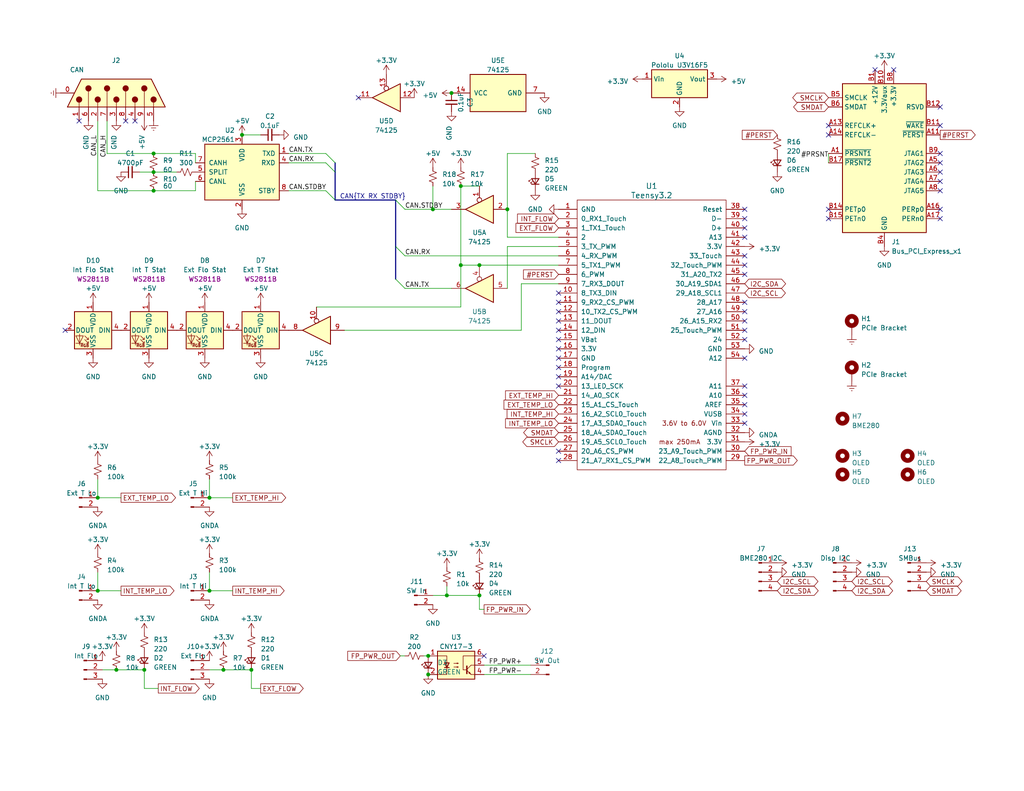
<source format=kicad_sch>
(kicad_sch (version 20230121) (generator eeschema)
  (paper "USLetter")
  (title_block (title "CAN/PCIe Water Cooling Loop Controller") (date "2023-08-16") (company "AGMLego") (comment 1 "https://github.com/agmlego/water-cooling-controller"))
  (lib_symbols
    (symbol "74xx:SN74LV4T125" (pin_names (offset 1.016))
      (property "Reference" "U" (at 0 1.27 0))
      (property "Value" "SN74LV4T125" (at 0 -1.27 0))
      (symbol "SN74LV4T125_1_0"
        (pin input inverted (at 0 -6.35 90) (length 4.445) (name "~") (number "1"))
        (pin input line (at -7.62 0 0) (length 3.81) (name "~") (number "2"))
        (pin tri_state line (at 7.62 0 180) (length 3.81) (name "~") (number "3"))
      )
      (symbol "SN74LV4T125_2_0"
        (pin input inverted (at 0 -6.35 90) (length 4.445) (name "~") (number "4"))
        (pin input line (at -7.62 0 0) (length 3.81) (name "~") (number "5"))
        (pin tri_state line (at 7.62 0 180) (length 3.81) (name "~") (number "6"))
      )
      (symbol "SN74LV4T125_3_0"
        (pin input inverted (at 0 -6.35 90) (length 4.445) (name "~") (number "10"))
        (pin tri_state line (at 7.62 0 180) (length 3.81) (name "~") (number "8"))
        (pin input line (at -7.62 0 0) (length 3.81) (name "~") (number "9"))
      )
      (symbol "SN74LV4T125_4_0"
        (pin tri_state line (at 7.62 0 180) (length 3.81) (name "~") (number "11"))
        (pin input line (at -7.62 0 0) (length 3.81) (name "~") (number "12"))
        (pin input inverted (at 0 -6.35 90) (length 4.445) (name "~") (number "13"))
      )
      (symbol "SN74LV4T125_5_0"
        (pin power_in line (at 0 12.7 270) (length 5.08) (name "VCC") (number "14"))
        (pin power_in line (at 0 -12.7 90) (length 5.08) (name "GND") (number "7"))
      )
    )
    (symbol "Connector:Bus_PCI_Express_x1"
      (property "Reference" "J" (at -8.89 22.86 0))
      (property "Value" "Bus_PCI_Express_x1" (at 12.7 22.86 0))
      (symbol "Bus_PCI_Express_x1_1_1"
        (pin passive line (at -15.24 2.54 0) (length 3.81) (name "~{PRSNT1}") (number "A1"))
        (pin passive line (at 2.54 25.4 270) (length 3.81) hide (name "+3.3V") (number "A10"))
        (pin input line (at 15.24 7.62 180) (length 3.81) (name "~{PERST}") (number "A11"))
        (pin passive line (at 0 -22.86 90) (length 3.81) hide (name "GND") (number "A12"))
        (pin input line (at -15.24 10.16 0) (length 3.81) (name "REFCLK+") (number "A13"))
        (pin input line (at -15.24 7.62 0) (length 3.81) (name "REFCLK-") (number "A14"))
        (pin passive line (at 0 -22.86 90) (length 3.81) hide (name "GND") (number "A15"))
        (pin output line (at 15.24 -12.7 180) (length 3.81) (name "PERp0") (number "A16"))
        (pin output line (at 15.24 -15.24 180) (length 3.81) (name "PERn0") (number "A17"))
        (pin passive line (at 0 -22.86 90) (length 3.81) hide (name "GND") (number "A18"))
        (pin passive line (at -2.54 25.4 270) (length 3.81) hide (name "+12V") (number "A2"))
        (pin passive line (at -2.54 25.4 270) (length 3.81) hide (name "+12V") (number "A3"))
        (pin passive line (at 0 -22.86 90) (length 3.81) hide (name "GND") (number "A4"))
        (pin input line (at 15.24 0 180) (length 3.81) (name "JTAG2") (number "A5"))
        (pin input line (at 15.24 -2.54 180) (length 3.81) (name "JTAG3") (number "A6"))
        (pin output line (at 15.24 -5.08 180) (length 3.81) (name "JTAG4") (number "A7"))
        (pin input line (at 15.24 -7.62 180) (length 3.81) (name "JTAG5") (number "A8"))
        (pin passive line (at 2.54 25.4 270) (length 3.81) hide (name "+3.3V") (number "A9"))
        (pin power_in line (at -2.54 25.4 270) (length 3.81) (name "+12V") (number "B1"))
        (pin power_in line (at 0 25.4 270) (length 3.81) (name "3.3Vaux") (number "B10"))
        (pin open_collector line (at 15.24 10.16 180) (length 3.81) (name "~{WAKE}") (number "B11"))
        (pin passive line (at 15.24 15.24 180) (length 3.81) (name "RSVD") (number "B12"))
        (pin passive line (at 0 -22.86 90) (length 3.81) hide (name "GND") (number "B13"))
        (pin input line (at -15.24 -12.7 0) (length 3.81) (name "PETp0") (number "B14"))
        (pin input line (at -15.24 -15.24 0) (length 3.81) (name "PETn0") (number "B15"))
        (pin passive line (at 0 -22.86 90) (length 3.81) hide (name "GND") (number "B16"))
        (pin passive line (at -15.24 0 0) (length 3.81) (name "~{PRSNT2}") (number "B17"))
        (pin passive line (at 0 -22.86 90) (length 3.81) hide (name "GND") (number "B18"))
        (pin passive line (at -2.54 25.4 270) (length 3.81) hide (name "+12V") (number "B2"))
        (pin passive line (at -2.54 25.4 270) (length 3.81) hide (name "+12V") (number "B3"))
        (pin power_in line (at 0 -22.86 90) (length 3.81) (name "GND") (number "B4"))
        (pin input line (at -15.24 17.78 0) (length 3.81) (name "SMCLK") (number "B5"))
        (pin bidirectional line (at -15.24 15.24 0) (length 3.81) (name "SMDAT") (number "B6"))
        (pin passive line (at 0 -22.86 90) (length 3.81) hide (name "GND") (number "B7"))
        (pin power_in line (at 2.54 25.4 270) (length 3.81) (name "+3.3V") (number "B8"))
        (pin input line (at 15.24 2.54 180) (length 3.81) (name "JTAG1") (number "B9"))
      )
    )
    (symbol "Connector:Conn_01x02_Pin" (pin_names (offset 1.016) hide)
      (property "Reference" "J" (at 0 2.54 0))
      (property "Value" "Conn_01x02_Pin" (at 0 -5.08 0))
      (symbol "Conn_01x02_Pin_1_1"
        (pin passive line (at 5.08 0 180) (length 3.81) (name "Pin_1") (number "1"))
        (pin passive line (at 5.08 -2.54 180) (length 3.81) (name "Pin_2") (number "2"))
      )
    )
    (symbol "Connector:Conn_01x03_Pin" (pin_names (offset 1.016) hide)
      (property "Reference" "J" (at 0 5.08 0))
      (property "Value" "Conn_01x03_Pin" (at 0 -5.08 0))
      (symbol "Conn_01x03_Pin_1_1"
        (pin passive line (at 5.08 2.54 180) (length 3.81) (name "Pin_1") (number "1"))
        (pin passive line (at 5.08 0 180) (length 3.81) (name "Pin_2") (number "2"))
        (pin passive line (at 5.08 -2.54 180) (length 3.81) (name "Pin_3") (number "3"))
      )
    )
    (symbol "Connector:Conn_01x04_Pin" (pin_names (offset 1.016) hide)
      (property "Reference" "J" (at 0 5.08 0))
      (property "Value" "Conn_01x04_Pin" (at 0 -7.62 0))
      (symbol "Conn_01x04_Pin_1_1"
        (pin passive line (at 5.08 2.54 180) (length 3.81) (name "Pin_1") (number "1"))
        (pin passive line (at 5.08 0 180) (length 3.81) (name "Pin_2") (number "2"))
        (pin passive line (at 5.08 -2.54 180) (length 3.81) (name "Pin_3") (number "3"))
        (pin passive line (at 5.08 -5.08 180) (length 3.81) (name "Pin_4") (number "4"))
      )
    )
    (symbol "Connector:DE9_Plug_MountingHoles" (pin_names (offset 1.016) hide)
      (property "Reference" "J" (at 0 16.51 0))
      (property "Value" "DE9_Plug_MountingHoles" (at 0 14.605 0))
      (symbol "DE9_Plug_MountingHoles_1_1"
        (pin passive line (at 0 -15.24 90) (length 3.81) (name "PAD") (number "0"))
        (pin passive line (at -7.62 -10.16 0) (length 3.81) (name "1") (number "1"))
        (pin passive line (at -7.62 -5.08 0) (length 3.81) (name "2") (number "2"))
        (pin passive line (at -7.62 0 0) (length 3.81) (name "3") (number "3"))
        (pin passive line (at -7.62 5.08 0) (length 3.81) (name "4") (number "4"))
        (pin passive line (at -7.62 10.16 0) (length 3.81) (name "5") (number "5"))
        (pin passive line (at -7.62 -7.62 0) (length 3.81) (name "6") (number "6"))
        (pin passive line (at -7.62 -2.54 0) (length 3.81) (name "7") (number "7"))
        (pin passive line (at -7.62 2.54 0) (length 3.81) (name "8") (number "8"))
        (pin passive line (at -7.62 7.62 0) (length 3.81) (name "9") (number "9"))
      )
    )
    (symbol "Device:C_Small" (pin_numbers hide) (pin_names (offset 0.254) hide)
      (property "Reference" "C" (at 0.254 1.778 0))
      (property "Value" "C_Small" (at 0.254 -2.032 0))
      (symbol "C_Small_1_1"
        (pin passive line (at 0 2.54 270) (length 2.032) (name "~") (number "1"))
        (pin passive line (at 0 -2.54 90) (length 2.032) (name "~") (number "2"))
      )
    )
    (symbol "Device:LED_Small" (pin_numbers hide) (pin_names (offset 0.254) hide)
      (property "Reference" "D" (at -1.27 3.175 0))
      (property "Value" "LED_Small" (at -4.445 -2.54 0))
      (symbol "LED_Small_1_1"
        (pin passive line (at -2.54 0 0) (length 1.778) (name "K") (number "1"))
        (pin passive line (at 2.54 0 180) (length 1.778) (name "A") (number "2"))
      )
    )
    (symbol "Device:R_Small_US" (pin_numbers hide) (pin_names (offset 0.254) hide)
      (property "Reference" "R" (at 0.762 0.508 0))
      (property "Value" "R_Small_US" (at 0.762 -1.016 0))
      (symbol "R_Small_US_1_1"
        (pin passive line (at 0 2.54 270) (length 1.016) (name "~") (number "1"))
        (pin passive line (at 0 -2.54 90) (length 1.016) (name "~") (number "2"))
      )
    )
    (symbol "Interface_CAN_LIN:MCP2561-E-SN" (pin_names (offset 1.016))
      (property "Reference" "U" (at -10.16 8.89 0))
      (property "Value" "MCP2561-E-SN" (at 2.54 8.89 0))
      (symbol "MCP2561-E-SN_1_1"
        (pin input line (at -12.7 5.08 0) (length 2.54) (name "TXD") (number "1"))
        (pin power_in line (at 0 -10.16 90) (length 2.54) (name "VSS") (number "2"))
        (pin power_in line (at 0 10.16 270) (length 2.54) (name "VDD") (number "3"))
        (pin output line (at -12.7 2.54 0) (length 2.54) (name "RXD") (number "4"))
        (pin passive line (at 12.7 0 180) (length 2.54) (name "SPLIT") (number "5"))
        (pin bidirectional line (at 12.7 -2.54 180) (length 2.54) (name "CANL") (number "6"))
        (pin bidirectional line (at 12.7 2.54 180) (length 2.54) (name "CANH") (number "7"))
        (pin input line (at -12.7 -5.08 0) (length 2.54) (name "STBY") (number "8"))
      )
    )
    (symbol "Isolator:CNY17-3" (pin_names (offset 1.016))
      (property "Reference" "U" (at -5.08 5.08 0))
      (property "Value" "CNY17-3" (at 0 5.08 0))
      (symbol "CNY17-3_1_1"
        (pin passive line (at -7.62 2.54 0) (length 2.54) (name "~") (number "1"))
        (pin passive line (at -7.62 -2.54 0) (length 2.54) (name "~") (number "2"))
        (pin no_connect line (at -5.08 0 0) (length 2.54) hide (name "NC") (number "3"))
        (pin passive line (at 7.62 -2.54 180) (length 2.54) (name "~") (number "4"))
        (pin passive line (at 7.62 0 180) (length 2.54) (name "~") (number "5"))
        (pin passive line (at 7.62 2.54 180) (length 2.54) (name "~") (number "6"))
      )
    )
    (symbol "LED:WS2812B" (pin_names (offset 0.254))
      (property "Reference" "D" (at 5.08 5.715 0))
      (property "Value" "WS2812B" (at 1.27 -5.715 0))
      (symbol "WS2812B_0_0"
        (text "RGB" (at 2.286 -4.191 0) (effects (font (size 0.762 0.762))))
      )
      (symbol "WS2812B_1_1"
        (pin power_in line (at 0 7.62 270) (length 2.54) (name "VDD") (number "1"))
        (pin output line (at 7.62 0 180) (length 2.54) (name "DOUT") (number "2"))
        (pin power_in line (at 0 -7.62 90) (length 2.54) (name "VSS") (number "3"))
        (pin input line (at -7.62 0 0) (length 2.54) (name "DIN") (number "4"))
      )
    )
    (symbol "Mechanical:MountingHole" (pin_names (offset 1.016))
      (property "Reference" "H" (at 0 5.08 0))
      (property "Value" "MountingHole" (at 0 3.175 0))
    )
    (symbol "Mechanical:MountingHole_Pad" (pin_numbers hide) (pin_names (offset 1.016) hide)
      (property "Reference" "H" (at 0 6.35 0))
      (property "Value" "MountingHole_Pad" (at 0 4.445 0))
      (symbol "MountingHole_Pad_1_1"
        (pin input line (at 0 -2.54 90) (length 2.54) (name "1") (number "1"))
      )
    )
    (symbol "Regulator_Switching:TSR_1-2412"
      (property "Reference" "U" (at -7.62 6.35 0))
      (property "Value" "TSR_1-2412" (at -1.27 6.35 0))
      (symbol "TSR_1-2412_1_1"
        (pin power_in line (at -10.16 2.54 0) (length 2.54) (name "Vin") (number "1"))
        (pin power_in line (at 0 -5.08 90) (length 2.54) (name "GND") (number "2"))
        (pin power_out line (at 10.16 2.54 180) (length 2.54) (name "Vout") (number "3"))
      )
    )
    (symbol "power:+3.3V" (power) (pin_names (offset 0))
      (property "Value" "+3.3V" (at 0 3.556 0))
      (symbol "+3.3V_1_1"
        (pin power_in line (at 0 0 90) (length 0) hide (name "+3.3V") (number "1"))
      )
    )
    (symbol "power:+5V" (power) (pin_names (offset 0))
      (property "Value" "+5V" (at 0 3.556 0))
      (symbol "+5V_1_1"
        (pin power_in line (at 0 0 90) (length 0) hide (name "+5V") (number "1"))
      )
    )
    (symbol "power:Earth" (power) (pin_names (offset 0))
      (symbol "Earth_1_1"
        (pin power_in line (at 0 0 270) (length 0) hide (name "Earth") (number "1"))
      )
    )
    (symbol "power:GND" (power) (pin_names (offset 0))
      (property "Value" "GND" (at 0 -3.81 0))
      (symbol "GND_1_1"
        (pin power_in line (at 0 0 270) (length 0) hide (name "GND") (number "1"))
      )
    )
    (symbol "power:GNDA" (power) (pin_names (offset 0))
      (property "Value" "GNDA" (at 0 -3.81 0))
      (symbol "GNDA_1_1"
        (pin power_in line (at 0 0 270) (length 0) hide (name "GNDA") (number "1"))
      )
    )
    (symbol "teensy:Teensy3.2" (pin_names (offset 1.016))
      (property "Reference" "U" (at 0 39.37 0))
      (property "Value" "Teensy3.2" (at 0 -39.37 0))
      (symbol "Teensy3.2_0_0"
        (text "3.6V to 6.0V" (at 8.89 -24.13 0) (effects (font (size 1.27 1.27))))
        (text "max 250mA" (at 7.62 -29.21 0) (effects (font (size 1.27 1.27))))
      )
      (symbol "Teensy3.2_1_1"
        (pin power_in line (at -25.4 34.29 0) (length 5.08) (name "GND") (number "1"))
        (pin bidirectional line (at -25.4 11.43 0) (length 5.08) (name "8_TX3_DIN") (number "10"))
        (pin bidirectional line (at -25.4 8.89 0) (length 5.08) (name "9_RX2_CS_PWM") (number "11"))
        (pin bidirectional line (at -25.4 6.35 0) (length 5.08) (name "10_TX2_CS_PWM") (number "12"))
        (pin bidirectional line (at -25.4 3.81 0) (length 5.08) (name "11_DOUT") (number "13"))
        (pin bidirectional line (at -25.4 1.27 0) (length 5.08) (name "12_DIN") (number "14"))
        (pin power_in line (at -25.4 -1.27 0) (length 5.08) (name "VBat") (number "15"))
        (pin power_out line (at -25.4 -3.81 0) (length 5.08) (name "3.3V") (number "16"))
        (pin power_in line (at -25.4 -6.35 0) (length 5.08) (name "GND") (number "17"))
        (pin input line (at -25.4 -8.89 0) (length 5.08) (name "Program") (number "18"))
        (pin bidirectional line (at -25.4 -11.43 0) (length 5.08) (name "A14/DAC") (number "19"))
        (pin bidirectional line (at -25.4 31.75 0) (length 5.08) (name "0_RX1_Touch") (number "2"))
        (pin bidirectional line (at -25.4 -13.97 0) (length 5.08) (name "13_LED_SCK") (number "20"))
        (pin bidirectional line (at -25.4 -16.51 0) (length 5.08) (name "14_A0_SCK") (number "21"))
        (pin bidirectional line (at -25.4 -19.05 0) (length 5.08) (name "15_A1_CS_Touch") (number "22"))
        (pin bidirectional line (at -25.4 -21.59 0) (length 5.08) (name "16_A2_SCL0_Touch") (number "23"))
        (pin bidirectional line (at -25.4 -24.13 0) (length 5.08) (name "17_A3_SDA0_Touch") (number "24"))
        (pin bidirectional line (at -25.4 -26.67 0) (length 5.08) (name "18_A4_SDA0_Touch") (number "25"))
        (pin bidirectional line (at -25.4 -29.21 0) (length 5.08) (name "19_A5_SCL0_Touch") (number "26"))
        (pin bidirectional line (at -25.4 -31.75 0) (length 5.08) (name "20_A6_CS_PWM") (number "27"))
        (pin bidirectional line (at -25.4 -34.29 0) (length 5.08) (name "21_A7_RX1_CS_PWM") (number "28"))
        (pin bidirectional line (at 25.4 -34.29 180) (length 5.08) (name "22_A8_Touch_PWM") (number "29"))
        (pin bidirectional line (at -25.4 29.21 0) (length 5.08) (name "1_TX1_Touch") (number "3"))
        (pin bidirectional line (at 25.4 -31.75 180) (length 5.08) (name "23_A9_Touch_PWM") (number "30"))
        (pin power_out line (at 25.4 -29.21 180) (length 5.08) (name "3.3V") (number "31"))
        (pin power_out line (at 25.4 -26.67 180) (length 5.08) (name "AGND") (number "32"))
        (pin power_in line (at 25.4 -24.13 180) (length 5.08) (name "Vin") (number "33"))
        (pin power_in line (at 25.4 -21.59 180) (length 5.08) (name "VUSB") (number "34"))
        (pin input line (at 25.4 -19.05 180) (length 5.08) (name "AREF") (number "35"))
        (pin bidirectional line (at 25.4 -16.51 180) (length 5.08) (name "A10") (number "36"))
        (pin bidirectional line (at 25.4 -13.97 180) (length 5.08) (name "A11") (number "37"))
        (pin input line (at 25.4 34.29 180) (length 5.08) (name "Reset") (number "38"))
        (pin bidirectional line (at 25.4 31.75 180) (length 5.08) (name "D-") (number "39"))
        (pin bidirectional line (at -25.4 26.67 0) (length 5.08) (name "2") (number "4"))
        (pin bidirectional line (at 25.4 29.21 180) (length 5.08) (name "D+") (number "40"))
        (pin bidirectional line (at 25.4 26.67 180) (length 5.08) (name "A13") (number "41"))
        (pin power_out line (at 25.4 24.13 180) (length 5.08) (name "3.3V") (number "42"))
        (pin bidirectional line (at 25.4 21.59 180) (length 5.08) (name "33_Touch") (number "43"))
        (pin bidirectional line (at 25.4 19.05 180) (length 5.08) (name "32_Touch_PWM") (number "44"))
        (pin bidirectional line (at 25.4 16.51 180) (length 5.08) (name "31_A20_TX2") (number "45"))
        (pin bidirectional line (at 25.4 13.97 180) (length 5.08) (name "30_A19_SDA1") (number "46"))
        (pin bidirectional line (at 25.4 11.43 180) (length 5.08) (name "29_A18_SCL1") (number "47"))
        (pin bidirectional line (at 25.4 8.89 180) (length 5.08) (name "28_A17") (number "48"))
        (pin bidirectional line (at 25.4 6.35 180) (length 5.08) (name "27_A16") (number "49"))
        (pin bidirectional line (at -25.4 24.13 0) (length 5.08) (name "3_TX_PWM") (number "5"))
        (pin bidirectional line (at 25.4 3.81 180) (length 5.08) (name "26_A15_RX2") (number "50"))
        (pin bidirectional line (at 25.4 1.27 180) (length 5.08) (name "25_Touch_PWM") (number "51"))
        (pin bidirectional line (at 25.4 -1.27 180) (length 5.08) (name "24") (number "52"))
        (pin power_in line (at 25.4 -3.81 180) (length 5.08) (name "GND") (number "53"))
        (pin bidirectional line (at 25.4 -6.35 180) (length 5.08) (name "A12") (number "54"))
        (pin bidirectional line (at -25.4 21.59 0) (length 5.08) (name "4_RX_PWM") (number "6"))
        (pin bidirectional line (at -25.4 19.05 0) (length 5.08) (name "5_TX1_PWM") (number "7"))
        (pin bidirectional line (at -25.4 16.51 0) (length 5.08) (name "6_PWM") (number "8"))
        (pin bidirectional line (at -25.4 13.97 0) (length 5.08) (name "7_RX3_DOUT") (number "9"))
      )
    )
  )
  (junction (at 68.58 182.88))
  (junction (at 121.92 162.56))
  (junction (at 125.73 72.39))
  (junction (at 118.11 57.15))
  (junction (at 123.19 25.4))
  (junction (at 31.75 182.88))
  (junction (at 41.91 52.07))
  (junction (at 116.84 179.07))
  (junction (at 41.91 46.99))
  (junction (at 130.81 162.56))
  (junction (at 26.67 161.29))
  (junction (at 57.15 161.29))
  (junction (at 125.73 50.8))
  (junction (at 39.37 182.88))
  (junction (at 60.96 182.88))
  (junction (at 57.15 135.89))
  (junction (at 138.43 57.15))
  (junction (at 26.67 135.89))
  (junction (at 130.81 72.39))
  (junction (at 116.84 184.15))
  (junction (at 66.04 36.83))
  (junction (at 41.91 41.91))
  (no_connect (at 152.4 100.33))
  (no_connect (at 203.2 85.09))
  (no_connect (at 152.4 125.73))
  (no_connect (at 226.06 59.69))
  (no_connect (at 238.76 19.05))
  (no_connect (at 256.54 57.15))
  (no_connect (at 97.79 26.67))
  (no_connect (at 243.84 19.05))
  (no_connect (at 203.2 113.03))
  (no_connect (at 152.4 92.71))
  (no_connect (at 34.29 33.02))
  (no_connect (at 203.2 87.63))
  (no_connect (at 152.4 87.63))
  (no_connect (at 203.2 57.15))
  (no_connect (at 152.4 80.01))
  (no_connect (at 152.4 82.55))
  (no_connect (at 203.2 110.49))
  (no_connect (at 203.2 72.39))
  (no_connect (at 203.2 107.95))
  (no_connect (at 256.54 46.99))
  (no_connect (at 17.78 90.17))
  (no_connect (at 203.2 74.93))
  (no_connect (at 203.2 115.57))
  (no_connect (at 203.2 64.77))
  (no_connect (at 203.2 62.23))
  (no_connect (at 256.54 44.45))
  (no_connect (at 226.06 57.15))
  (no_connect (at 256.54 34.29))
  (no_connect (at 36.83 33.02))
  (no_connect (at 203.2 82.55))
  (no_connect (at 21.59 33.02))
  (no_connect (at 226.06 34.29))
  (no_connect (at 203.2 59.69))
  (no_connect (at 226.06 36.83))
  (no_connect (at 203.2 90.17))
  (no_connect (at 152.4 102.87))
  (no_connect (at 203.2 92.71))
  (no_connect (at 152.4 85.09))
  (no_connect (at 256.54 41.91))
  (no_connect (at 256.54 52.07))
  (no_connect (at 203.2 97.79))
  (no_connect (at 152.4 105.41))
  (no_connect (at 256.54 59.69))
  (no_connect (at 152.4 95.25))
  (no_connect (at 152.4 123.19))
  (no_connect (at 132.08 179.07))
  (no_connect (at 203.2 69.85))
  (no_connect (at 203.2 105.41))
  (no_connect (at 152.4 90.17))
  (no_connect (at 152.4 97.79))
  (no_connect (at 256.54 29.21))
  (no_connect (at 256.54 49.53))
  (bus_entry (at 91.44 46.99) (size -2.54 -2.54))
  (bus_entry (at 91.44 54.61) (size -2.54 -2.54))
  (bus_entry (at 107.95 76.2) (size 2.54 2.54))
  (bus_entry (at 91.44 44.45) (size -2.54 -2.54))
  (bus_entry (at 107.95 67.31) (size 2.54 2.54))
  (bus_entry (at 107.95 54.61) (size 2.54 2.54))
  (wire (pts (xy 26.67 135.89) (xy 26.67 130.81)))
  (wire (pts (xy 78.74 44.45) (xy 88.9 44.45)))
  (bus (pts (xy 91.44 44.45) (xy 91.44 46.99)))
  (wire (pts (xy 130.81 72.39) (xy 125.73 72.39)))
  (wire (pts (xy 144.78 181.61) (xy 132.08 181.61)))
  (wire (pts (xy 31.75 182.88) (xy 39.37 182.88)))
  (wire (pts (xy 41.91 46.99) (xy 48.26 46.99)))
  (wire (pts (xy 110.49 179.07) (xy 109.22 179.07)))
  (wire (pts (xy 125.73 50.8) (xy 130.81 50.8)))
  (wire (pts (xy 29.21 33.02) (xy 29.21 41.91)))
  (wire (pts (xy 68.58 187.96) (xy 68.58 182.88)))
  (wire (pts (xy 110.49 69.85) (xy 152.4 69.85)))
  (wire (pts (xy 142.24 90.17) (xy 93.98 90.17)))
  (wire (pts (xy 121.92 162.56) (xy 118.11 162.56)))
  (wire (pts (xy 152.4 67.31) (xy 138.43 67.31)))
  (wire (pts (xy 86.36 83.82) (xy 125.73 83.82)))
  (wire (pts (xy 118.11 57.15) (xy 123.19 57.15)))
  (wire (pts (xy 152.4 77.47) (xy 142.24 77.47)))
  (wire (pts (xy 41.91 41.91) (xy 53.34 41.91)))
  (wire (pts (xy 146.05 41.91) (xy 138.43 41.91)))
  (wire (pts (xy 71.12 36.83) (xy 66.04 36.83)))
  (wire (pts (xy 125.73 72.39) (xy 125.73 50.8)))
  (bus (pts (xy 91.44 46.99) (xy 91.44 54.61)))
  (wire (pts (xy 57.15 156.21) (xy 57.15 161.29)))
  (wire (pts (xy 57.15 161.29) (xy 63.5 161.29)))
  (wire (pts (xy 78.74 41.91) (xy 88.9 41.91)))
  (wire (pts (xy 53.34 49.53) (xy 53.34 52.07)))
  (wire (pts (xy 26.67 33.02) (xy 26.67 52.07)))
  (wire (pts (xy 138.43 41.91) (xy 138.43 57.15)))
  (wire (pts (xy 38.1 46.99) (xy 41.91 46.99)))
  (wire (pts (xy 121.92 162.56) (xy 130.81 162.56)))
  (wire (pts (xy 60.96 182.88) (xy 68.58 182.88)))
  (wire (pts (xy 33.02 161.29) (xy 26.67 161.29)))
  (wire (pts (xy 132.08 166.37) (xy 130.81 166.37)))
  (wire (pts (xy 152.4 64.77) (xy 138.43 64.77)))
  (wire (pts (xy 130.81 72.39) (xy 152.4 72.39)))
  (wire (pts (xy 110.49 78.74) (xy 123.19 78.74)))
  (wire (pts (xy 29.21 41.91) (xy 41.91 41.91)))
  (wire (pts (xy 39.37 187.96) (xy 39.37 182.88)))
  (wire (pts (xy 138.43 67.31) (xy 138.43 78.74)))
  (wire (pts (xy 118.11 50.8) (xy 118.11 57.15)))
  (wire (pts (xy 57.15 182.88) (xy 60.96 182.88)))
  (wire (pts (xy 26.67 52.07) (xy 41.91 52.07)))
  (wire (pts (xy 144.78 184.15) (xy 132.08 184.15)))
  (wire (pts (xy 115.57 179.07) (xy 116.84 179.07)))
  (wire (pts (xy 130.81 166.37) (xy 130.81 162.56)))
  (bus (pts (xy 107.95 54.61) (xy 107.95 67.31)))
  (wire (pts (xy 78.74 52.07) (xy 88.9 52.07)))
  (wire (pts (xy 125.73 83.82) (xy 125.73 72.39)))
  (wire (pts (xy 57.15 135.89) (xy 63.5 135.89)))
  (wire (pts (xy 71.12 187.96) (xy 68.58 187.96)))
  (wire (pts (xy 110.49 57.15) (xy 118.11 57.15)))
  (wire (pts (xy 138.43 64.77) (xy 138.43 57.15)))
  (bus (pts (xy 91.44 54.61) (xy 107.95 54.61)))
  (wire (pts (xy 41.91 52.07) (xy 53.34 52.07)))
  (wire (pts (xy 121.92 160.02) (xy 121.92 162.56)))
  (wire (pts (xy 26.67 161.29) (xy 26.67 156.21)))
  (wire (pts (xy 226.06 41.91) (xy 226.06 44.45)))
  (wire (pts (xy 27.94 182.88) (xy 31.75 182.88)))
  (wire (pts (xy 53.34 44.45) (xy 53.34 41.91)))
  (wire (pts (xy 33.02 135.89) (xy 26.67 135.89)))
  (wire (pts (xy 43.18 187.96) (xy 39.37 187.96)))
  (bus (pts (xy 107.95 67.31) (xy 107.95 76.2)))
  (wire (pts (xy 142.24 77.47) (xy 142.24 90.17)))
  (wire (pts (xy 57.15 130.81) (xy 57.15 135.89)))
  (label "FP_PWR+" (at 133.35 181.61 0))
  (label "CAN{TX RX STDBY}" (at 92.71 54.61 0))
  (label "CAN_L" (at 26.67 36.83 270))
  (label "CAN.STDBY" (at 78.74 52.07 0))
  (label "CAN.TX" (at 78.74 41.91 0))
  (label "#PRSNT" (at 226.06 43.18 180))
  (label "CAN.RX" (at 110.49 69.85 0))
  (label "CAN.TX" (at 110.49 78.74 0))
  (label "CAN.RX" (at 78.74 44.45 0))
  (label "CAN.STDBY" (at 110.49 57.15 0))
  (label "FP_PWR-" (at 133.35 184.15 0))
  (label "CAN_H" (at 29.21 36.83 270))
  (global_label "I2C_SCL" (shape bidirectional) (at 232.41 158.75 0) (property "Intersheetrefs" "${INTERSHEET_REFS}" (effects hide)))
  (global_label "EXT_TEMP_HI" (shape input) (at 152.4 107.95 180) (property "Intersheetrefs" "${INTERSHEET_REFS}" (effects hide)))
  (global_label "I2C_SCL" (shape bidirectional) (at 212.09 158.75 0) (property "Intersheetrefs" "${INTERSHEET_REFS}" (effects hide)))
  (global_label "I2C_SDA" (shape bidirectional) (at 203.2 77.47 0) (property "Intersheetrefs" "${INTERSHEET_REFS}" (effects hide)))
  (global_label "EXT_FLOW" (shape output) (at 71.12 187.96 0) (property "Intersheetrefs" "${INTERSHEET_REFS}" (effects hide)))
  (global_label "INT_TEMP_HI" (shape input) (at 152.4 113.03 180) (property "Intersheetrefs" "${INTERSHEET_REFS}" (effects hide)))
  (global_label "SMCLK" (shape bidirectional) (at 226.06 26.67 180) (property "Intersheetrefs" "${INTERSHEET_REFS}" (effects hide)))
  (global_label "SMCLK" (shape bidirectional) (at 152.4 120.65 180) (property "Intersheetrefs" "${INTERSHEET_REFS}" (effects hide)))
  (global_label "#PERST" (shape input) (at 152.4 74.93 180) (property "Intersheetrefs" "${INTERSHEET_REFS}" (effects hide)))
  (global_label "SMDAT" (shape bidirectional) (at 226.06 29.21 180) (property "Intersheetrefs" "${INTERSHEET_REFS}" (effects hide)))
  (global_label "INT_FLOW" (shape input) (at 152.4 59.69 180) (property "Intersheetrefs" "${INTERSHEET_REFS}" (effects hide)))
  (global_label "EXT_TEMP_LO" (shape input) (at 152.4 110.49 180) (property "Intersheetrefs" "${INTERSHEET_REFS}" (effects hide)))
  (global_label "I2C_SDA" (shape bidirectional) (at 232.41 161.29 0) (property "Intersheetrefs" "${INTERSHEET_REFS}" (effects hide)))
  (global_label "EXT_FLOW" (shape input) (at 152.4 62.23 180) (property "Intersheetrefs" "${INTERSHEET_REFS}" (effects hide)))
  (global_label "FP_PWR_OUT" (shape output) (at 203.2 125.73 0) (property "Intersheetrefs" "${INTERSHEET_REFS}" (effects hide)))
  (global_label "SMDAT" (shape bidirectional) (at 252.73 161.29 0) (property "Intersheetrefs" "${INTERSHEET_REFS}" (effects hide)))
  (global_label "#PERST" (shape output) (at 256.54 36.83 0) (property "Intersheetrefs" "${INTERSHEET_REFS}" (effects hide)))
  (global_label "EXT_TEMP_LO" (shape output) (at 33.02 135.89 0) (property "Intersheetrefs" "${INTERSHEET_REFS}" (effects hide)))
  (global_label "#PERST" (shape input) (at 212.09 36.83 180) (property "Intersheetrefs" "${INTERSHEET_REFS}" (effects hide)))
  (global_label "EXT_TEMP_HI" (shape output) (at 63.5 135.89 0) (property "Intersheetrefs" "${INTERSHEET_REFS}" (effects hide)))
  (global_label "INT_TEMP_LO" (shape output) (at 33.02 161.29 0) (property "Intersheetrefs" "${INTERSHEET_REFS}" (effects hide)))
  (global_label "SMDAT" (shape bidirectional) (at 152.4 118.11 180) (property "Intersheetrefs" "${INTERSHEET_REFS}" (effects hide)))
  (global_label "INT_TEMP_HI" (shape output) (at 63.5 161.29 0) (property "Intersheetrefs" "${INTERSHEET_REFS}" (effects hide)))
  (global_label "INT_TEMP_LO" (shape input) (at 152.4 115.57 180) (property "Intersheetrefs" "${INTERSHEET_REFS}" (effects hide)))
  (global_label "FP_PWR_OUT" (shape input) (at 109.22 179.07 180) (property "Intersheetrefs" "${INTERSHEET_REFS}" (effects hide)))
  (global_label "SMCLK" (shape bidirectional) (at 252.73 158.75 0) (property "Intersheetrefs" "${INTERSHEET_REFS}" (effects hide)))
  (global_label "I2C_SDA" (shape bidirectional) (at 212.09 161.29 0) (property "Intersheetrefs" "${INTERSHEET_REFS}" (effects hide)))
  (global_label "FP_PWR_IN" (shape input) (at 203.2 123.19 0) (property "Intersheetrefs" "${INTERSHEET_REFS}" (effects hide)))
  (global_label "FP_PWR_IN" (shape output) (at 132.08 166.37 0) (property "Intersheetrefs" "${INTERSHEET_REFS}" (effects hide)))
  (global_label "INT_FLOW" (shape output) (at 43.18 187.96 0) (property "Intersheetrefs" "${INTERSHEET_REFS}" (effects hide)))
  (global_label "I2C_SCL" (shape bidirectional) (at 203.2 80.01 0) (property "Intersheetrefs" "${INTERSHEET_REFS}" (effects hide)))
  (symbol (lib_id "Interface_CAN_LIN:MCP2561-E-SN") (at 66.04 46.99 0) (mirror y) (unit 1)
    (property "Reference" "U2" (at 64.0841 35.56 0) (effects (justify left)))
    (property "Value" "MCP2561" (at 64.0841 38.1 0) (effects (justify left)))
    (property "Footprint" "Package_SO:SOIC-8_3.9x4.9mm_P1.27mm" (effects hide))
    (property "Datasheet" "http://ww1.microchip.com/downloads/en/DeviceDoc/25167A.pdf" (effects hide))
  )
  (symbol (lib_id "74xx:SN74LV4T125") (at 130.81 57.15 180) (unit 1)
    (property "Reference" "U5" (at 130.81 63.5 0))
    (property "Value" "74125" (at 130.81 66.04 0))
    (property "Footprint" "Package_SO:TSSOP-14_4.4x5mm_P0.65mm" (effects hide))
    (property "Datasheet" "https://www.ti.com/lit/ds/symlink/sn74lv4t125.pdf" (effects hide))
  )
  (symbol (lib_id "power:GND") (at 33.02 46.99 0) (unit 1)
    (property "Reference" "#PWR038" (effects hide))
    (property "Value" "GND" (at 33.02 52.07 0))
  )
  (symbol (lib_id "power:+5V") (at 195.58 21.59 270) (unit 1)
    (property "Reference" "#PWR024" (effects hide))
    (property "Value" "+5V" (at 199.39 22.225 90) (effects (justify left)))
  )
  (symbol (lib_id "Connector:Conn_01x03_Pin") (at 22.86 182.88 0) (unit 1)
    (property "Reference" "J9" (at 23.495 176.53 0))
    (property "Value" "Int Flo" (at 23.495 179.07 0))
    (property "Footprint" "Connector_PinHeader_2.54mm:PinHeader_1x03_P2.54mm_Horizontal" (effects hide))
  )
  (symbol (lib_id "74xx:SN74LV4T125") (at 130.81 78.74 180) (unit 2)
    (property "Reference" "U5" (at 130.81 85.09 0))
    (property "Value" "74125" (at 130.81 87.63 0))
    (property "Footprint" "Package_SO:TSSOP-14_4.4x5mm_P0.65mm" (effects hide))
    (property "Datasheet" "https://www.ti.com/lit/ds/symlink/sn74lv4t125.pdf" (effects hide))
  )
  (symbol (lib_id "power:+5V") (at 66.04 36.83 0) (unit 1)
    (property "Reference" "#PWR010" (effects hide))
    (property "Value" "+5V" (at 66.04 33.02 0))
  )
  (symbol (lib_id "Device:R_Small_US") (at 121.92 157.48 0) (unit 1)
    (property "Reference" "R1" (at 124.46 156.845 0) (effects (justify left)))
    (property "Value" "10k" (at 124.46 159.385 0) (effects (justify left)))
    (property "Footprint" "Resistor_SMD:R_1206_3216Metric" (effects hide))
  )
  (symbol (lib_id "power:Earth") (at 16.51 25.4 270) (unit 1)
    (property "Reference" "#PWR042" (effects hide))
    (property "Value" "Earth" (effects hide))
  )
  (symbol (lib_id "power:+5V") (at 25.4 82.55 0) (unit 1)
    (property "Reference" "#PWR057" (effects hide))
    (property "Value" "+5V" (at 25.4 78.74 0))
  )
  (symbol (lib_id "Mechanical:MountingHole") (at 247.65 124.46 0) (unit 1)
    (property "Reference" "H4" (at 250.19 123.825 0) (effects (justify left)))
    (property "Value" "OLED" (at 250.19 126.365 0) (effects (justify left)))
    (property "Footprint" "MountingHole:MountingHole_2.2mm_M2" (effects hide))
  )
  (symbol (lib_id "Device:R_Small_US") (at 57.15 128.27 0) (unit 1)
    (property "Reference" "R5" (at 59.69 127.635 0) (effects (justify left)))
    (property "Value" "100k" (at 59.69 130.175 0) (effects (justify left)))
    (property "Footprint" "Resistor_SMD:R_1206_3216Metric" (effects hide))
  )
  (symbol (lib_id "power:+5V") (at 55.88 82.55 0) (unit 1)
    (property "Reference" "#PWR053" (effects hide))
    (property "Value" "+5V" (at 55.88 78.74 0))
  )
  (symbol (lib_id "power:GND") (at 116.84 184.15 0) (unit 1)
    (property "Reference" "#PWR021" (effects hide))
    (property "Value" "GND" (at 116.84 189.23 0))
  )
  (symbol (lib_id "power:+3.3V") (at 27.94 180.34 0) (unit 1)
    (property "Reference" "#PWR018" (effects hide))
    (property "Value" "+3.3V" (at 27.94 176.53 0))
  )
  (symbol (lib_id "power:GND") (at 203.2 95.25 90) (unit 1)
    (property "Reference" "#PWR03" (effects hide))
    (property "Value" "GND" (at 207.01 95.885 90) (effects (justify right)))
  )
  (symbol (lib_id "power:+3.3V") (at 125.73 45.72 0) (unit 1)
    (property "Reference" "#PWR05" (effects hide))
    (property "Value" "+3.3V" (at 125.73 41.91 0))
  )
  (symbol (lib_id "power:+5V") (at 118.11 45.72 0) (unit 1)
    (property "Reference" "#PWR047" (effects hide))
    (property "Value" "+5V" (at 118.11 41.91 0))
  )
  (symbol (lib_id "power:Earth") (at 232.41 91.44 0) (unit 1)
    (property "Reference" "#PWR063" (effects hide))
    (property "Value" "Earth" (effects hide))
  )
  (symbol (lib_id "power:+3.3V") (at 252.73 153.67 270) (unit 1)
    (property "Reference" "#PWR016" (effects hide))
    (property "Value" "+3.3V" (at 256.54 154.305 90) (effects (justify left)))
  )
  (symbol (lib_id "power:+3.3V") (at 57.15 125.73 0) (unit 1)
    (property "Reference" "#PWR028" (effects hide))
    (property "Value" "+3.3V" (at 57.15 121.92 0))
  )
  (symbol (lib_id "Device:R_Small_US") (at 50.8 46.99 90) (unit 1)
    (property "Reference" "R11" (at 50.8 41.91 90))
    (property "Value" "300" (at 50.8 44.45 90))
    (property "Footprint" "Resistor_SMD:R_1206_3216Metric" (effects hide))
  )
  (symbol (lib_id "LED:WS2812B") (at 71.12 90.17 0) (mirror y) (unit 1)
    (property "Reference" "D7" (at 71.12 71.12 0))
    (property "Value" "Ext T Stat" (at 71.12 73.66 0))
    (property "Footprint" "LED_SMD:LED_WS2812B_PLCC4_5.0x5.0mm_P3.2mm" (effects hide))
    (property "Datasheet" "https://cdn-shop.adafruit.com/datasheets/WS2812B.pdf" (effects hide))
    (property "Signal" "WS2811B" (at 71.12 76.2 0))
  )
  (symbol (lib_id "Device:C_Small") (at 35.56 46.99 90) (unit 1)
    (property "Reference" "C1" (at 35.5663 41.91 90))
    (property "Value" "4700pF" (at 35.5663 44.45 90))
    (property "Footprint" "Capacitor_SMD:C_1206_3216Metric" (effects hide))
  )
  (symbol (lib_id "power:GND") (at 40.64 97.79 0) (unit 1)
    (property "Reference" "#PWR056" (effects hide))
    (property "Value" "GND" (at 40.64 102.87 0))
  )
  (symbol (lib_id "teensy:Teensy3.2") (at 177.8 91.44 0) (unit 1)
    (property "Reference" "U1" (at 177.8 50.8 0) (effects (font (size 1.524 1.524))))
    (property "Value" "Teensy3.2" (at 177.8 53.34 0) (effects (font (size 1.524 1.524))))
    (property "Footprint" "teensy:Teensy30_31_32_All_Pins" (effects hide))
  )
  (symbol (lib_id "power:+3.3V") (at 212.09 153.67 270) (unit 1)
    (property "Reference" "#PWR012" (effects hide))
    (property "Value" "+3.3V" (at 215.9 154.305 90) (effects (justify left)))
  )
  (symbol (lib_id "Device:R_Small_US") (at 125.73 48.26 0) (unit 1)
    (property "Reference" "R17" (at 128.27 47.625 0) (effects (justify left)))
    (property "Value" "10k" (at 128.27 50.165 0) (effects (justify left)))
    (property "Footprint" "Resistor_SMD:R_1206_3216Metric" (effects hide))
  )
  (symbol (lib_id "Device:LED_Small") (at 212.09 44.45 90) (unit 1)
    (property "Reference" "D6" (at 214.63 43.7515 90) (effects (justify right)))
    (property "Value" "GREEN" (at 214.63 46.2915 90) (effects (justify right)))
    (property "Footprint" "LED_SMD:LED_1206_3216Metric" (effects hide))
  )
  (symbol (lib_id "power:+3.3V") (at 31.75 177.8 0) (unit 1)
    (property "Reference" "#PWR036" (effects hide))
    (property "Value" "+3.3V" (at 31.75 173.99 0))
  )
  (symbol (lib_id "power:GND") (at 232.41 156.21 90) (unit 1)
    (property "Reference" "#PWR015" (effects hide))
    (property "Value" "GND" (at 236.22 156.845 90) (effects (justify right)))
  )
  (symbol (lib_id "Connector:DE9_Plug_MountingHoles") (at 31.75 25.4 270) (mirror x) (unit 1)
    (property "Reference" "J2" (at 30.48 16.51 90) (effects (justify left)))
    (property "Value" "CAN" (at 19.05 19.05 90) (effects (justify left)))
    (property "Footprint" "Connector_Dsub:DSUB-9_Female_Horizontal_P2.77x2.84mm_EdgePinOffset7.70mm_Housed_MountingHolesOffset9.12mm" (effects hide))
    (property "Datasheet" " ~" (effects hide))
  )
  (symbol (lib_id "Connector:Conn_01x04_Pin") (at 247.65 156.21 0) (unit 1)
    (property "Reference" "J13" (at 248.285 149.86 0))
    (property "Value" "SMBus" (at 248.285 152.4 0))
    (property "Footprint" "Connector_PinHeader_2.54mm:PinHeader_1x04_P2.54mm_Vertical" (effects hide))
  )
  (symbol (lib_id "Device:LED_Small") (at 68.58 180.34 90) (unit 1)
    (property "Reference" "D1" (at 71.12 179.6415 90) (effects (justify right)))
    (property "Value" "GREEN" (at 71.12 182.1815 90) (effects (justify right)))
    (property "Footprint" "LED_SMD:LED_1206_3216Metric" (effects hide))
  )
  (symbol (lib_id "74xx:SN74LV4T125") (at 105.41 26.67 180) (unit 4)
    (property "Reference" "U5" (at 105.41 33.02 0))
    (property "Value" "74125" (at 105.41 35.56 0))
    (property "Footprint" "Package_SO:TSSOP-14_4.4x5mm_P0.65mm" (effects hide))
    (property "Datasheet" "https://www.ti.com/lit/ds/symlink/sn74lv4t125.pdf" (effects hide))
  )
  (symbol (lib_id "power:GND") (at 123.19 30.48 0) (unit 1)
    (property "Reference" "#PWR062" (effects hide))
    (property "Value" "GND" (at 122.555 34.29 90) (effects (justify right)))
  )
  (symbol (lib_id "power:+3.3V") (at 57.15 151.13 0) (unit 1)
    (property "Reference" "#PWR026" (effects hide))
    (property "Value" "+3.3V" (at 57.15 147.32 0))
  )
  (symbol (lib_id "power:+3.3V") (at 175.26 21.59 90) (unit 1)
    (property "Reference" "#PWR023" (effects hide))
    (property "Value" "+3.3V" (at 171.45 22.225 90) (effects (justify left)))
  )
  (symbol (lib_id "Connector:Conn_01x02_Pin") (at 21.59 161.29 0) (unit 1)
    (property "Reference" "J4" (at 22.225 157.48 0))
    (property "Value" "Int T Lo" (at 22.225 160.02 0))
    (property "Footprint" "Connector_PinHeader_2.54mm:PinHeader_1x02_P2.54mm_Horizontal" (effects hide))
  )
  (symbol (lib_id "power:GNDA") (at 26.67 163.83 0) (unit 1)
    (property "Reference" "#PWR032" (effects hide))
    (property "Value" "GNDA" (at 26.67 168.91 0))
  )
  (symbol (lib_id "Mechanical:MountingHole_Pad") (at 232.41 101.6 0) (unit 1)
    (property "Reference" "H2" (at 234.95 99.695 0) (effects (justify left)))
    (property "Value" "PCIe Bracket" (at 234.95 102.235 0) (effects (justify left)))
    (property "Footprint" "MountingHole:MountingHole_3.2mm_M3_Pad_Via" (effects hide))
  )
  (symbol (lib_id "power:GND") (at 66.04 57.15 0) (unit 1)
    (property "Reference" "#PWR011" (effects hide))
    (property "Value" "GND" (at 66.04 62.23 0))
  )
  (symbol (lib_id "Connector:Conn_01x04_Pin") (at 227.33 156.21 0) (unit 1)
    (property "Reference" "J8" (at 227.965 149.86 0))
    (property "Value" "Disp I2C" (at 227.965 152.4 0))
    (property "Footprint" "Connector_PinHeader_2.54mm:PinHeader_1x04_P2.54mm_Vertical" (effects hide))
  )
  (symbol (lib_id "power:GND") (at 27.94 185.42 0) (unit 1)
    (property "Reference" "#PWR035" (effects hide))
    (property "Value" "GND" (at 27.94 190.5 0))
  )
  (symbol (lib_id "Device:LED_Small") (at 116.84 181.61 90) (unit 1)
    (property "Reference" "D3" (at 119.38 180.9115 90) (effects (justify right)))
    (property "Value" "GREEN" (at 119.38 183.4515 90) (effects (justify right)))
    (property "Footprint" "LED_SMD:LED_1206_3216Metric" (effects hide))
  )
  (symbol (lib_id "power:GND") (at 76.2 36.83 90) (unit 1)
    (property "Reference" "#PWR061" (effects hide))
    (property "Value" "GND" (at 80.01 37.465 90) (effects (justify right)))
  )
  (symbol (lib_id "power:GND") (at 212.09 46.99 0) (unit 1)
    (property "Reference" "#PWR048" (effects hide))
    (property "Value" "GND" (at 212.09 52.07 0))
  )
  (symbol (lib_id "LED:WS2812B") (at 40.64 90.17 0) (mirror y) (unit 1)
    (property "Reference" "D9" (at 40.64 71.12 0))
    (property "Value" "Int T Stat" (at 40.64 73.66 0))
    (property "Footprint" "LED_SMD:LED_WS2812B_PLCC4_5.0x5.0mm_P3.2mm" (effects hide))
    (property "Datasheet" "https://cdn-shop.adafruit.com/datasheets/WS2812B.pdf" (effects hide))
    (property "Signal" "WS2811B" (at 40.64 76.2 0))
  )
  (symbol (lib_id "Connector:Conn_01x02_Pin") (at 149.86 181.61 0) (mirror y) (unit 1)
    (property "Reference" "J12" (at 149.225 177.8 0))
    (property "Value" "SW Out" (at 149.225 180.34 0))
    (property "Footprint" "Connector_PinHeader_2.54mm:PinHeader_1x02_P2.54mm_Horizontal" (effects hide))
  )
  (symbol (lib_id "Connector:Conn_01x04_Pin") (at 207.01 156.21 0) (unit 1)
    (property "Reference" "J7" (at 207.645 149.86 0))
    (property "Value" "BME280 I2C" (at 207.645 152.4 0))
    (property "Footprint" "Connector_PinHeader_2.54mm:PinHeader_1x04_P2.54mm_Vertical" (effects hide))
  )
  (symbol (lib_id "Device:C_Small") (at 123.19 27.94 0) (unit 1)
    (property "Reference" "C3" (at 128.27 27.9463 90))
    (property "Value" "0.1uF" (at 125.73 27.9463 90))
    (property "Footprint" "Capacitor_SMD:C_1206_3216Metric" (effects hide))
  )
  (symbol (lib_id "Device:R_Small_US") (at 212.09 39.37 0) (unit 1)
    (property "Reference" "R16" (at 214.63 38.735 0) (effects (justify left)))
    (property "Value" "220" (at 214.63 41.275 0) (effects (justify left)))
    (property "Footprint" "Resistor_SMD:R_1206_3216Metric" (effects hide))
  )
  (symbol (lib_id "power:+3.3V") (at 60.96 177.8 0) (unit 1)
    (property "Reference" "#PWR037" (effects hide))
    (property "Value" "+3.3V" (at 60.96 173.99 0))
  )
  (symbol (lib_id "power:GND") (at 31.75 33.02 0) (unit 1)
    (property "Reference" "#PWR039" (effects hide))
    (property "Value" "GND" (at 31.115 36.83 90) (effects (justify right)))
  )
  (symbol (lib_id "Connector:Conn_01x02_Pin") (at 113.03 162.56 0) (unit 1)
    (property "Reference" "J11" (at 113.665 158.75 0))
    (property "Value" "SW In" (at 113.665 161.29 0))
    (property "Footprint" "Connector_PinHeader_2.54mm:PinHeader_1x02_P2.54mm_Horizontal" (effects hide))
  )
  (symbol (lib_id "Device:C_Small") (at 73.66 36.83 90) (unit 1)
    (property "Reference" "C2" (at 73.6663 31.75 90))
    (property "Value" "0.1uF" (at 73.6663 34.29 90))
    (property "Footprint" "Capacitor_SMD:C_1206_3216Metric" (effects hide))
  )
  (symbol (lib_id "Device:R_Small_US") (at 26.67 128.27 0) (unit 1)
    (property "Reference" "R6" (at 29.21 127.635 0) (effects (justify left)))
    (property "Value" "100k" (at 29.21 130.175 0) (effects (justify left)))
    (property "Footprint" "Resistor_SMD:R_1206_3216Metric" (effects hide))
  )
  (symbol (lib_id "power:GNDA") (at 26.67 138.43 0) (unit 1)
    (property "Reference" "#PWR030" (effects hide))
    (property "Value" "GNDA" (at 26.67 143.51 0))
  )
  (symbol (lib_id "Mechanical:MountingHole") (at 229.87 114.3 0) (unit 1)
    (property "Reference" "H7" (at 232.41 113.665 0) (effects (justify left)))
    (property "Value" "BME280" (at 232.41 116.205 0) (effects (justify left)))
    (property "Footprint" "MountingHole:MountingHole_3.2mm_M3" (effects hide))
  )
  (symbol (lib_id "power:+3.3V") (at 105.41 20.32 0) (unit 1)
    (property "Reference" "#PWR059" (effects hide))
    (property "Value" "+3.3V" (at 105.41 16.51 0))
  )
  (symbol (lib_id "Device:R_Small_US") (at 118.11 48.26 0) (unit 1)
    (property "Reference" "R18" (at 120.65 47.625 0) (effects (justify left)))
    (property "Value" "10k" (at 120.65 50.165 0) (effects (justify left)))
    (property "Footprint" "Resistor_SMD:R_1206_3216Metric" (effects hide))
  )
  (symbol (lib_id "Device:LED_Small") (at 146.05 49.53 90) (unit 1)
    (property "Reference" "D5" (at 148.59 48.8315 90) (effects (justify right)))
    (property "Value" "GREEN" (at 148.59 51.3715 90) (effects (justify right)))
    (property "Footprint" "LED_SMD:LED_1206_3216Metric" (effects hide))
  )
  (symbol (lib_id "Connector:Conn_01x03_Pin") (at 52.07 182.88 0) (unit 1)
    (property "Reference" "J10" (at 52.705 176.53 0))
    (property "Value" "Ext Flo" (at 52.705 179.07 0))
    (property "Footprint" "Connector_PinHeader_2.54mm:PinHeader_1x03_P2.54mm_Horizontal" (effects hide))
  )
  (symbol (lib_id "74xx:SN74LV4T125") (at 135.89 25.4 90) (unit 5)
    (property "Reference" "U5" (at 135.89 16.51 90))
    (property "Value" "74125" (at 135.89 19.05 90))
    (property "Footprint" "Package_SO:TSSOP-14_4.4x5mm_P0.65mm" (effects hide))
    (property "Datasheet" "https://www.ti.com/lit/ds/symlink/sn74lv4t125.pdf" (effects hide))
  )
  (symbol (lib_id "Device:R_Small_US") (at 26.67 153.67 0) (unit 1)
    (property "Reference" "R4" (at 29.21 153.035 0) (effects (justify left)))
    (property "Value" "100k" (at 29.21 155.575 0) (effects (justify left)))
    (property "Footprint" "Resistor_SMD:R_1206_3216Metric" (effects hide))
  )
  (symbol (lib_id "power:GND") (at 71.12 97.79 0) (unit 1)
    (property "Reference" "#PWR052" (effects hide))
    (property "Value" "GND" (at 71.12 102.87 0))
  )
  (symbol (lib_id "power:GND") (at 185.42 29.21 0) (unit 1)
    (property "Reference" "#PWR022" (effects hide))
    (property "Value" "GND" (at 185.42 34.29 0))
  )
  (symbol (lib_id "Device:R_Small_US") (at 68.58 175.26 0) (unit 1)
    (property "Reference" "R12" (at 71.12 174.625 0) (effects (justify left)))
    (property "Value" "220" (at 71.12 177.165 0) (effects (justify left)))
    (property "Footprint" "Resistor_SMD:R_1206_3216Metric" (effects hide))
  )
  (symbol (lib_id "Connector:Conn_01x02_Pin") (at 21.59 135.89 0) (unit 1)
    (property "Reference" "J6" (at 22.225 132.08 0))
    (property "Value" "Ext T Lo" (at 22.225 134.62 0))
    (property "Footprint" "Connector_PinHeader_2.54mm:PinHeader_1x02_P2.54mm_Horizontal" (effects hide))
  )
  (symbol (lib_id "power:+3.3V") (at 232.41 153.67 270) (unit 1)
    (property "Reference" "#PWR013" (effects hide))
    (property "Value" "+3.3V" (at 236.22 154.305 90) (effects (justify left)))
  )
  (symbol (lib_id "Mechanical:MountingHole") (at 229.87 129.54 0) (unit 1)
    (property "Reference" "H5" (at 232.41 128.905 0) (effects (justify left)))
    (property "Value" "OLED" (at 232.41 131.445 0) (effects (justify left)))
    (property "Footprint" "MountingHole:MountingHole_2.2mm_M2" (effects hide))
  )
  (symbol (lib_id "power:+3.3V") (at 241.3 19.05 0) (unit 1)
    (property "Reference" "#PWR06" (effects hide))
    (property "Value" "+3.3V" (at 241.3 15.24 0))
  )
  (symbol (lib_id "power:GNDA") (at 203.2 118.11 90) (unit 1)
    (property "Reference" "#PWR025" (effects hide))
    (property "Value" "GNDA" (at 207.01 118.745 90) (effects (justify right)))
  )
  (symbol (lib_id "LED:WS2812B") (at 55.88 90.17 0) (mirror y) (unit 1)
    (property "Reference" "D8" (at 55.88 71.12 0))
    (property "Value" "Ext Flo Stat" (at 55.88 73.66 0))
    (property "Footprint" "LED_SMD:LED_WS2812B_PLCC4_5.0x5.0mm_P3.2mm" (effects hide))
    (property "Datasheet" "https://cdn-shop.adafruit.com/datasheets/WS2812B.pdf" (effects hide))
    (property "Signal" "WS2811B" (at 55.88 76.2 0))
  )
  (symbol (lib_id "power:+5V") (at 40.64 82.55 0) (unit 1)
    (property "Reference" "#PWR055" (effects hide))
    (property "Value" "+5V" (at 40.64 78.74 0))
  )
  (symbol (lib_id "power:+3.3V") (at 26.67 125.73 0) (unit 1)
    (property "Reference" "#PWR029" (effects hide))
    (property "Value" "+3.3V" (at 26.67 121.92 0))
  )
  (symbol (lib_id "power:GND") (at 24.13 33.02 0) (unit 1)
    (property "Reference" "#PWR040" (effects hide))
    (property "Value" "GND" (at 23.495 36.83 90) (effects (justify right)))
  )
  (symbol (lib_id "power:GNDA") (at 57.15 163.83 0) (unit 1)
    (property "Reference" "#PWR033" (effects hide))
    (property "Value" "GNDA" (at 57.15 168.91 0))
  )
  (symbol (lib_id "power:+3.3V") (at 113.03 26.67 0) (unit 1)
    (property "Reference" "#PWR060" (effects hide))
    (property "Value" "+3.3V" (at 113.03 22.86 0))
  )
  (symbol (lib_id "power:GND") (at 148.59 25.4 0) (unit 1)
    (property "Reference" "#PWR049" (effects hide))
    (property "Value" "GND" (at 148.59 30.48 0))
  )
  (symbol (lib_id "Isolator:CNY17-3") (at 124.46 181.61 0) (unit 1)
    (property "Reference" "U3" (at 124.46 173.99 0))
    (property "Value" "CNY17-3" (at 124.46 176.53 0))
    (property "Footprint" "Package_DIP:SMDIP-6_W7.62mm" (effects hide))
    (property "Datasheet" "http://www.vishay.com/docs/83606/cny17.pdf" (effects hide))
  )
  (symbol (lib_id "Regulator_Switching:TSR_1-2412") (at 185.42 24.13 0) (unit 1)
    (property "Reference" "U4" (at 185.42 15.24 0))
    (property "Value" "Pololu U3V16F5" (at 185.42 17.78 0))
    (property "Footprint" "Connector_PinHeader_2.54mm:PinHeader_1x03_P2.54mm_Vertical" (effects hide))
    (property "Datasheet" "http://www.tracopower.com/products/tsr1.pdf" (effects hide))
  )
  (symbol (lib_id "power:+5V") (at 39.37 33.02 180) (unit 1)
    (property "Reference" "#PWR043" (effects hide))
    (property "Value" "+5V" (at 38.735 36.83 90) (effects (justify left)))
  )
  (symbol (lib_id "Mechanical:MountingHole_Pad") (at 232.41 88.9 0) (unit 1)
    (property "Reference" "H1" (at 234.95 86.995 0) (effects (justify left)))
    (property "Value" "PCIe Bracket" (at 234.95 89.535 0) (effects (justify left)))
    (property "Footprint" "MountingHole:MountingHole_3.2mm_M3_Pad_Via" (effects hide))
  )
  (symbol (lib_id "Device:R_Small_US") (at 41.91 44.45 0) (unit 1)
    (property "Reference" "R9" (at 44.45 43.815 0) (effects (justify left)))
    (property "Value" "60" (at 44.45 46.355 0) (effects (justify left)))
    (property "Footprint" "Resistor_SMD:R_1206_3216Metric" (effects hide))
  )
  (symbol (lib_id "power:GND") (at 118.11 165.1 0) (unit 1)
    (property "Reference" "#PWR019" (effects hide))
    (property "Value" "GND" (at 118.11 170.18 0))
  )
  (symbol (lib_id "power:GND") (at 212.09 156.21 90) (unit 1)
    (property "Reference" "#PWR014" (effects hide))
    (property "Value" "GND" (at 215.9 156.845 90) (effects (justify right)))
  )
  (symbol (lib_id "Mechanical:MountingHole") (at 229.87 124.46 0) (unit 1)
    (property "Reference" "H3" (at 232.41 123.825 0) (effects (justify left)))
    (property "Value" "OLED" (at 232.41 126.365 0) (effects (justify left)))
    (property "Footprint" "MountingHole:MountingHole_2.2mm_M2" (effects hide))
  )
  (symbol (lib_id "power:+3.3V") (at 26.67 151.13 0) (unit 1)
    (property "Reference" "#PWR027" (effects hide))
    (property "Value" "+3.3V" (at 26.67 147.32 0))
  )
  (symbol (lib_id "power:Earth") (at 41.91 33.02 0) (unit 1)
    (property "Reference" "#PWR041" (effects hide))
    (property "Value" "Earth" (effects hide))
  )
  (symbol (lib_id "Device:R_Small_US") (at 113.03 179.07 270) (unit 1)
    (property "Reference" "R2" (at 113.03 173.99 90))
    (property "Value" "200" (at 113.03 176.53 90))
    (property "Footprint" "Resistor_SMD:R_1206_3216Metric" (effects hide))
  )
  (symbol (lib_id "power:+3.3V") (at 130.81 152.4 0) (unit 1)
    (property "Reference" "#PWR046" (effects hide))
    (property "Value" "+3.3V" (at 130.81 148.59 0))
  )
  (symbol (lib_id "power:Earth") (at 232.41 104.14 0) (unit 1)
    (property "Reference" "#PWR064" (effects hide))
    (property "Value" "Earth" (effects hide))
  )
  (symbol (lib_id "power:+3.3V") (at 121.92 154.94 0) (unit 1)
    (property "Reference" "#PWR020" (effects hide))
    (property "Value" "+3.3V" (at 121.92 151.13 0))
  )
  (symbol (lib_id "LED:WS2812B") (at 25.4 90.17 0) (mirror y) (unit 1)
    (property "Reference" "D10" (at 25.4 71.12 0))
    (property "Value" "Int Flo Stat" (at 25.4 73.66 0))
    (property "Footprint" "LED_SMD:LED_WS2812B_PLCC4_5.0x5.0mm_P3.2mm" (effects hide))
    (property "Datasheet" "https://cdn-shop.adafruit.com/datasheets/WS2812B.pdf" (effects hide))
    (property "Signal" "WS2811B" (at 25.4 76.2 0))
  )
  (symbol (lib_id "power:+3.3V") (at 68.58 172.72 0) (unit 1)
    (property "Reference" "#PWR044" (effects hide))
    (property "Value" "+3.3V" (at 68.58 168.91 0))
  )
  (symbol (lib_id "Device:R_Small_US") (at 57.15 153.67 0) (unit 1)
    (property "Reference" "R3" (at 59.69 153.035 0) (effects (justify left)))
    (property "Value" "100k" (at 59.69 155.575 0) (effects (justify left)))
    (property "Footprint" "Resistor_SMD:R_1206_3216Metric" (effects hide))
  )
  (symbol (lib_id "power:GND") (at 55.88 97.79 0) (unit 1)
    (property "Reference" "#PWR054" (effects hide))
    (property "Value" "GND" (at 55.88 102.87 0))
  )
  (symbol (lib_id "Device:LED_Small") (at 39.37 180.34 90) (unit 1)
    (property "Reference" "D2" (at 41.91 179.6415 90) (effects (justify right)))
    (property "Value" "GREEN" (at 41.91 182.1815 90) (effects (justify right)))
    (property "Footprint" "LED_SMD:LED_1206_3216Metric" (effects hide))
  )
  (symbol (lib_id "power:+5V") (at 71.12 82.55 0) (unit 1)
    (property "Reference" "#PWR051" (effects hide))
    (property "Value" "+5V" (at 71.12 78.74 0))
  )
  (symbol (lib_id "Device:R_Small_US") (at 31.75 180.34 0) (unit 1)
    (property "Reference" "R8" (at 34.29 179.705 0) (effects (justify left)))
    (property "Value" "10k" (at 34.29 182.245 0) (effects (justify left)))
    (property "Footprint" "Resistor_SMD:R_1206_3216Metric" (effects hide))
  )
  (symbol (lib_id "power:GND") (at 152.4 57.15 270) (unit 1)
    (property "Reference" "#PWR04" (effects hide))
    (property "Value" "GND" (effects hide))
  )
  (symbol (lib_id "Device:R_Small_US") (at 130.81 154.94 0) (unit 1)
    (property "Reference" "R14" (at 133.35 154.305 0) (effects (justify left)))
    (property "Value" "220" (at 133.35 156.845 0) (effects (justify left)))
    (property "Footprint" "Resistor_SMD:R_1206_3216Metric" (effects hide))
  )
  (symbol (lib_id "power:+3.3V") (at 39.37 172.72 0) (unit 1)
    (property "Reference" "#PWR045" (effects hide))
    (property "Value" "+3.3V" (at 39.37 168.91 0))
  )
  (symbol (lib_id "Connector:Bus_PCI_Express_x1") (at 241.3 44.45 0) (unit 1)
    (property "Reference" "J1" (at 243.2559 66.04 0) (effects (justify left)))
    (property "Value" "Bus_PCI_Express_x1" (at 243.2559 68.58 0) (effects (justify left)))
    (property "Footprint" "Connector_PCBEdge:BUS_PCIexpress_x1" (effects hide))
    (property "Datasheet" "http://www.ritrontek.com/uploadfile/2016/1026/20161026105231124.pdf#page=63" (effects hide))
  )
  (symbol (lib_id "power:+3.3V") (at 203.2 67.31 270) (unit 1)
    (property "Reference" "#PWR07" (effects hide))
    (property "Value" "+3.3V" (at 207.01 67.945 90) (effects (justify left)))
  )
  (symbol (lib_id "Device:R_Small_US") (at 60.96 180.34 0) (unit 1)
    (property "Reference" "R7" (at 63.5 179.705 0) (effects (justify left)))
    (property "Value" "10k" (at 63.5 182.245 0) (effects (justify left)))
    (property "Footprint" "Resistor_SMD:R_1206_3216Metric" (effects hide))
  )
  (symbol (lib_id "Connector:Conn_01x02_Pin") (at 52.07 161.29 0) (unit 1)
    (property "Reference" "J3" (at 52.705 157.48 0))
    (property "Value" "Int T Hi" (at 52.705 160.02 0))
    (property "Footprint" "Connector_PinHeader_2.54mm:PinHeader_1x02_P2.54mm_Horizontal" (effects hide))
  )
  (symbol (lib_id "Device:LED_Small") (at 130.81 160.02 90) (unit 1)
    (property "Reference" "D4" (at 133.35 159.3215 90) (effects (justify right)))
    (property "Value" "GREEN" (at 133.35 161.8615 90) (effects (justify right)))
    (property "Footprint" "LED_SMD:LED_1206_3216Metric" (effects hide))
  )
  (symbol (lib_id "Device:R_Small_US") (at 39.37 175.26 0) (unit 1)
    (property "Reference" "R13" (at 41.91 174.625 0) (effects (justify left)))
    (property "Value" "220" (at 41.91 177.165 0) (effects (justify left)))
    (property "Footprint" "Resistor_SMD:R_1206_3216Metric" (effects hide))
  )
  (symbol (lib_id "Device:R_Small_US") (at 41.91 49.53 0) (unit 1)
    (property "Reference" "R10" (at 44.45 48.895 0) (effects (justify left)))
    (property "Value" "60" (at 44.45 50.8 0) (effects (justify left)))
    (property "Footprint" "Resistor_SMD:R_1206_3216Metric" (effects hide))
  )
  (symbol (lib_id "power:GND") (at 146.05 52.07 0) (unit 1)
    (property "Reference" "#PWR09" (effects hide))
    (property "Value" "GND" (at 146.05 57.15 0))
  )
  (symbol (lib_id "Mechanical:MountingHole") (at 247.65 129.54 0) (unit 1)
    (property "Reference" "H6" (at 250.19 128.905 0) (effects (justify left)))
    (property "Value" "OLED" (at 250.19 131.445 0) (effects (justify left)))
    (property "Footprint" "MountingHole:MountingHole_2.2mm_M2" (effects hide))
  )
  (symbol (lib_id "power:+3.3V") (at 57.15 180.34 0) (unit 1)
    (property "Reference" "#PWR017" (effects hide))
    (property "Value" "+3.3V" (at 57.15 176.53 0))
  )
  (symbol (lib_id "74xx:SN74LV4T125") (at 86.36 90.17 180) (unit 3)
    (property "Reference" "U5" (at 86.36 96.52 0))
    (property "Value" "74125" (at 86.36 99.06 0))
    (property "Footprint" "Package_SO:TSSOP-14_4.4x5mm_P0.65mm" (effects hide))
    (property "Datasheet" "https://www.ti.com/lit/ds/symlink/sn74lv4t125.pdf" (effects hide))
  )
  (symbol (lib_id "power:GND") (at 57.15 185.42 0) (unit 1)
    (property "Reference" "#PWR034" (effects hide))
    (property "Value" "GND" (at 57.15 190.5 0))
  )
  (symbol (lib_id "power:GND") (at 241.3 67.31 0) (unit 1)
    (property "Reference" "#PWR02" (effects hide))
    (property "Value" "GND" (at 241.3 72.39 0))
  )
  (symbol (lib_id "power:GNDA") (at 57.15 138.43 0) (unit 1)
    (property "Reference" "#PWR031" (effects hide))
    (property "Value" "GNDA" (at 57.15 143.51 0))
  )
  (symbol (lib_id "power:+5V") (at 123.19 25.4 90) (unit 1)
    (property "Reference" "#PWR050" (effects hide))
    (property "Value" "+5V" (at 119.38 26.035 90) (effects (justify left)))
  )
  (symbol (lib_id "Device:R_Small_US") (at 146.05 44.45 0) (unit 1)
    (property "Reference" "R15" (at 148.59 43.815 0) (effects (justify left)))
    (property "Value" "220" (at 148.59 46.355 0) (effects (justify left)))
    (property "Footprint" "Resistor_SMD:R_1206_3216Metric" (effects hide))
  )
  (symbol (lib_id "power:GND") (at 252.73 156.21 90) (unit 1)
    (property "Reference" "#PWR01" (effects hide))
    (property "Value" "GND" (at 256.54 156.845 90) (effects (justify right)))
  )
  (symbol (lib_id "power:+3.3V") (at 203.2 120.65 270) (unit 1)
    (property "Reference" "#PWR08" (effects hide))
    (property "Value" "+3.3V" (at 207.01 121.285 90) (effects (justify left)))
  )
  (symbol (lib_id "power:GND") (at 25.4 97.79 0) (unit 1)
    (property "Reference" "#PWR058" (effects hide))
    (property "Value" "GND" (at 25.4 102.87 0))
  )
  (symbol (lib_id "Connector:Conn_01x02_Pin") (at 52.07 135.89 0) (unit 1)
    (property "Reference" "J5" (at 52.705 132.08 0))
    (property "Value" "Ext T Hi" (at 52.705 134.62 0))
    (property "Footprint" "Connector_PinHeader_2.54mm:PinHeader_1x02_P2.54mm_Horizontal" (effects hide))
  )
)
</source>
